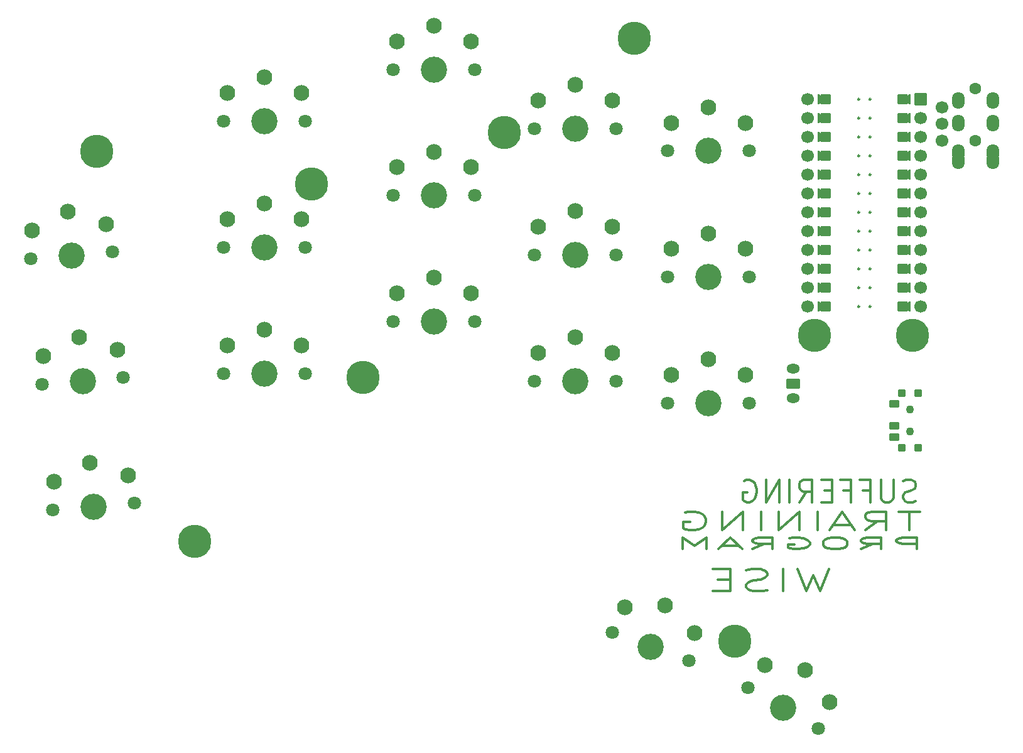
<source format=gbs>
G04 #@! TF.GenerationSoftware,KiCad,Pcbnew,(6.0.4)*
G04 #@! TF.CreationDate,2022-07-01T15:58:50-05:00*
G04 #@! TF.ProjectId,om,6f6d2e6b-6963-4616-945f-706362585858,v1.0.0*
G04 #@! TF.SameCoordinates,Original*
G04 #@! TF.FileFunction,Soldermask,Bot*
G04 #@! TF.FilePolarity,Negative*
%FSLAX46Y46*%
G04 Gerber Fmt 4.6, Leading zero omitted, Abs format (unit mm)*
G04 Created by KiCad (PCBNEW (6.0.4)) date 2022-07-01 15:58:50*
%MOMM*%
%LPD*%
G01*
G04 APERTURE LIST*
G04 Aperture macros list*
%AMRoundRect*
0 Rectangle with rounded corners*
0 $1 Rounding radius*
0 $2 $3 $4 $5 $6 $7 $8 $9 X,Y pos of 4 corners*
0 Add a 4 corners polygon primitive as box body*
4,1,4,$2,$3,$4,$5,$6,$7,$8,$9,$2,$3,0*
0 Add four circle primitives for the rounded corners*
1,1,$1+$1,$2,$3*
1,1,$1+$1,$4,$5*
1,1,$1+$1,$6,$7*
1,1,$1+$1,$8,$9*
0 Add four rect primitives between the rounded corners*
20,1,$1+$1,$2,$3,$4,$5,0*
20,1,$1+$1,$4,$5,$6,$7,0*
20,1,$1+$1,$6,$7,$8,$9,0*
20,1,$1+$1,$8,$9,$2,$3,0*%
%AMFreePoly0*
4,1,14,0.635355,0.435355,0.650000,0.400000,0.650000,0.200000,0.635355,0.164645,0.035355,-0.435355,0.000000,-0.450000,-0.035355,-0.435355,-0.635355,0.164645,-0.650000,0.200000,-0.650000,0.400000,-0.635355,0.435355,-0.600000,0.450000,0.600000,0.450000,0.635355,0.435355,0.635355,0.435355,$1*%
%AMFreePoly1*
4,1,16,0.635355,1.035355,0.650000,1.000000,0.650000,-0.250000,0.635355,-0.285355,0.600000,-0.300000,-0.600000,-0.300000,-0.635355,-0.285355,-0.650000,-0.250000,-0.650000,1.000000,-0.635355,1.035355,-0.600000,1.050000,-0.564645,1.035355,0.000000,0.470710,0.564645,1.035355,0.600000,1.050000,0.635355,1.035355,0.635355,1.035355,$1*%
G04 Aperture macros list end*
%ADD10C,0.300000*%
%ADD11C,0.250000*%
%ADD12C,0.100000*%
%ADD13C,1.100000*%
%ADD14C,1.801800*%
%ADD15C,3.529000*%
%ADD16C,2.132000*%
%ADD17RoundRect,0.050000X0.850000X-0.600000X0.850000X0.600000X-0.850000X0.600000X-0.850000X-0.600000X0*%
%ADD18O,1.800000X1.300000*%
%ADD19C,4.500000*%
%ADD20C,1.600000*%
%ADD21O,1.700000X2.300000*%
%ADD22C,1.700000*%
%ADD23FreePoly0,270.000000*%
%ADD24FreePoly0,90.000000*%
%ADD25RoundRect,0.050000X-0.800000X0.800000X-0.800000X-0.800000X0.800000X-0.800000X0.800000X0.800000X0*%
%ADD26FreePoly1,90.000000*%
%ADD27FreePoly1,270.000000*%
%ADD28RoundRect,0.050000X0.450000X-0.450000X0.450000X0.450000X-0.450000X0.450000X-0.450000X-0.450000X0*%
%ADD29RoundRect,0.050000X0.625000X-0.450000X0.625000X0.450000X-0.625000X0.450000X-0.625000X-0.450000X0*%
G04 APERTURE END LIST*
D10*
X251435209Y-176956449D02*
X250244733Y-179956449D01*
X249292352Y-177813592D01*
X248339971Y-179956449D01*
X247149495Y-176956449D01*
X245244733Y-179956449D02*
X245244733Y-176956449D01*
X243101876Y-179813592D02*
X242387590Y-179956449D01*
X241197114Y-179956449D01*
X240720923Y-179813592D01*
X240482828Y-179670735D01*
X240244733Y-179385021D01*
X240244733Y-179099307D01*
X240482828Y-178813592D01*
X240720923Y-178670735D01*
X241197114Y-178527878D01*
X242149495Y-178385021D01*
X242625685Y-178242164D01*
X242863780Y-178099307D01*
X243101876Y-177813592D01*
X243101876Y-177527878D01*
X242863780Y-177242164D01*
X242625685Y-177099307D01*
X242149495Y-176956449D01*
X240959019Y-176956449D01*
X240244733Y-177099307D01*
X238101876Y-178385021D02*
X236435209Y-178385021D01*
X235720923Y-179956449D02*
X238101876Y-179956449D01*
X238101876Y-176956449D01*
X235720923Y-176956449D01*
X263649495Y-169230259D02*
X260792352Y-169230259D01*
X262220923Y-171730259D02*
X262220923Y-169230259D01*
X256268542Y-171730259D02*
X257935209Y-170539783D01*
X259125685Y-171730259D02*
X259125685Y-169230259D01*
X257220923Y-169230259D01*
X256744733Y-169349307D01*
X256506638Y-169468354D01*
X256268542Y-169706449D01*
X256268542Y-170063592D01*
X256506638Y-170301687D01*
X256744733Y-170420735D01*
X257220923Y-170539783D01*
X259125685Y-170539783D01*
X254363780Y-171015973D02*
X251982828Y-171015973D01*
X254839971Y-171730259D02*
X253173304Y-169230259D01*
X251506638Y-171730259D01*
X249839971Y-171730259D02*
X249839971Y-169230259D01*
X247459019Y-171730259D02*
X247459019Y-169230259D01*
X244601876Y-171730259D01*
X244601876Y-169230259D01*
X242220923Y-171730259D02*
X242220923Y-169230259D01*
X239839971Y-171730259D02*
X239839971Y-169230259D01*
X236982828Y-171730259D01*
X236982828Y-169230259D01*
X231982828Y-169349307D02*
X232459019Y-169230259D01*
X233173304Y-169230259D01*
X233887590Y-169349307D01*
X234363780Y-169587402D01*
X234601876Y-169825497D01*
X234839971Y-170301687D01*
X234839971Y-170658830D01*
X234601876Y-171135021D01*
X234363780Y-171373116D01*
X233887590Y-171611211D01*
X233173304Y-171730259D01*
X232697114Y-171730259D01*
X231982828Y-171611211D01*
X231744733Y-171492164D01*
X231744733Y-170658830D01*
X232697114Y-170658830D01*
X263230447Y-174277878D02*
X263230447Y-172777878D01*
X261401876Y-172777878D01*
X260944733Y-172849307D01*
X260716161Y-172920735D01*
X260487590Y-173063592D01*
X260487590Y-173277878D01*
X260716161Y-173420735D01*
X260944733Y-173492164D01*
X261401876Y-173563592D01*
X263230447Y-173563592D01*
X255687590Y-174277878D02*
X257287590Y-173563592D01*
X258430447Y-174277878D02*
X258430447Y-172777878D01*
X256601876Y-172777878D01*
X256144733Y-172849307D01*
X255916161Y-172920735D01*
X255687590Y-173063592D01*
X255687590Y-173277878D01*
X255916161Y-173420735D01*
X256144733Y-173492164D01*
X256601876Y-173563592D01*
X258430447Y-173563592D01*
X252716161Y-172777878D02*
X251801876Y-172777878D01*
X251344733Y-172849307D01*
X250887590Y-172992164D01*
X250659019Y-173277878D01*
X250659019Y-173777878D01*
X250887590Y-174063592D01*
X251344733Y-174206449D01*
X251801876Y-174277878D01*
X252716161Y-174277878D01*
X253173304Y-174206449D01*
X253630447Y-174063592D01*
X253859019Y-173777878D01*
X253859019Y-173277878D01*
X253630447Y-172992164D01*
X253173304Y-172849307D01*
X252716161Y-172777878D01*
X246087590Y-172849307D02*
X246544733Y-172777878D01*
X247230447Y-172777878D01*
X247916161Y-172849307D01*
X248373304Y-172992164D01*
X248601876Y-173135021D01*
X248830447Y-173420735D01*
X248830447Y-173635021D01*
X248601876Y-173920735D01*
X248373304Y-174063592D01*
X247916161Y-174206449D01*
X247230447Y-174277878D01*
X246773304Y-174277878D01*
X246087590Y-174206449D01*
X245859019Y-174135021D01*
X245859019Y-173635021D01*
X246773304Y-173635021D01*
X241059019Y-174277878D02*
X242659019Y-173563592D01*
X243801876Y-174277878D02*
X243801876Y-172777878D01*
X241973304Y-172777878D01*
X241516161Y-172849307D01*
X241287590Y-172920735D01*
X241059019Y-173063592D01*
X241059019Y-173277878D01*
X241287590Y-173420735D01*
X241516161Y-173492164D01*
X241973304Y-173563592D01*
X243801876Y-173563592D01*
X239230447Y-173849307D02*
X236944733Y-173849307D01*
X239687590Y-174277878D02*
X238087590Y-172777878D01*
X236487590Y-174277878D01*
X234887590Y-174277878D02*
X234887590Y-172777878D01*
X233287590Y-173849307D01*
X231687590Y-172777878D01*
X231687590Y-174277878D01*
X263101876Y-167813592D02*
X262673304Y-167956449D01*
X261959019Y-167956449D01*
X261673304Y-167813592D01*
X261530447Y-167670735D01*
X261387590Y-167385021D01*
X261387590Y-167099307D01*
X261530447Y-166813592D01*
X261673304Y-166670735D01*
X261959019Y-166527878D01*
X262530447Y-166385021D01*
X262816161Y-166242164D01*
X262959019Y-166099307D01*
X263101876Y-165813592D01*
X263101876Y-165527878D01*
X262959019Y-165242164D01*
X262816161Y-165099307D01*
X262530447Y-164956449D01*
X261816161Y-164956449D01*
X261387590Y-165099307D01*
X260101876Y-164956449D02*
X260101876Y-167385021D01*
X259959019Y-167670735D01*
X259816161Y-167813592D01*
X259530447Y-167956449D01*
X258959019Y-167956449D01*
X258673304Y-167813592D01*
X258530447Y-167670735D01*
X258387590Y-167385021D01*
X258387590Y-164956449D01*
X255959019Y-166385021D02*
X256959019Y-166385021D01*
X256959019Y-167956449D02*
X256959019Y-164956449D01*
X255530447Y-164956449D01*
X253387590Y-166385021D02*
X254387590Y-166385021D01*
X254387590Y-167956449D02*
X254387590Y-164956449D01*
X252959019Y-164956449D01*
X251816161Y-166385021D02*
X250816161Y-166385021D01*
X250387590Y-167956449D02*
X251816161Y-167956449D01*
X251816161Y-164956449D01*
X250387590Y-164956449D01*
X247387590Y-167956449D02*
X248387590Y-166527878D01*
X249101876Y-167956449D02*
X249101876Y-164956449D01*
X247959019Y-164956449D01*
X247673304Y-165099307D01*
X247530447Y-165242164D01*
X247387590Y-165527878D01*
X247387590Y-165956449D01*
X247530447Y-166242164D01*
X247673304Y-166385021D01*
X247959019Y-166527878D01*
X249101876Y-166527878D01*
X246101876Y-167956449D02*
X246101876Y-164956449D01*
X244673304Y-167956449D02*
X244673304Y-164956449D01*
X242959019Y-167956449D01*
X242959019Y-164956449D01*
X239959019Y-165099307D02*
X240244733Y-164956449D01*
X240673304Y-164956449D01*
X241101876Y-165099307D01*
X241387590Y-165385021D01*
X241530447Y-165670735D01*
X241673304Y-166242164D01*
X241673304Y-166670735D01*
X241530447Y-167242164D01*
X241387590Y-167527878D01*
X241101876Y-167813592D01*
X240673304Y-167956449D01*
X240387590Y-167956449D01*
X239959019Y-167813592D01*
X239816161Y-167670735D01*
X239816161Y-166670735D01*
X240387590Y-166670735D01*
D11*
X257057000Y-141590000D02*
G75*
G03*
X257057000Y-141590000I-125000J0D01*
G01*
X255533000Y-121270000D02*
G75*
G03*
X255533000Y-121270000I-125000J0D01*
G01*
X255533000Y-126350000D02*
G75*
G03*
X255533000Y-126350000I-125000J0D01*
G01*
X255533000Y-133970000D02*
G75*
G03*
X255533000Y-133970000I-125000J0D01*
G01*
X255533000Y-139050000D02*
G75*
G03*
X255533000Y-139050000I-125000J0D01*
G01*
X255533000Y-141590000D02*
G75*
G03*
X255533000Y-141590000I-125000J0D01*
G01*
X255533000Y-136510000D02*
G75*
G03*
X255533000Y-136510000I-125000J0D01*
G01*
X257057000Y-118730000D02*
G75*
G03*
X257057000Y-118730000I-125000J0D01*
G01*
X255533000Y-116190000D02*
G75*
G03*
X255533000Y-116190000I-125000J0D01*
G01*
X257057000Y-139050000D02*
G75*
G03*
X257057000Y-139050000I-125000J0D01*
G01*
X255533000Y-113650000D02*
G75*
G03*
X255533000Y-113650000I-125000J0D01*
G01*
X257057000Y-121270000D02*
G75*
G03*
X257057000Y-121270000I-125000J0D01*
G01*
X257057000Y-126350000D02*
G75*
G03*
X257057000Y-126350000I-125000J0D01*
G01*
X257057000Y-128890000D02*
G75*
G03*
X257057000Y-128890000I-125000J0D01*
G01*
X257057000Y-133970000D02*
G75*
G03*
X257057000Y-133970000I-125000J0D01*
G01*
X257057000Y-131430000D02*
G75*
G03*
X257057000Y-131430000I-125000J0D01*
G01*
X257057000Y-136510000D02*
G75*
G03*
X257057000Y-136510000I-125000J0D01*
G01*
X255533000Y-131430000D02*
G75*
G03*
X255533000Y-131430000I-125000J0D01*
G01*
X255533000Y-128890000D02*
G75*
G03*
X255533000Y-128890000I-125000J0D01*
G01*
X255533000Y-123810000D02*
G75*
G03*
X255533000Y-123810000I-125000J0D01*
G01*
X257057000Y-116190000D02*
G75*
G03*
X257057000Y-116190000I-125000J0D01*
G01*
X257057000Y-123810000D02*
G75*
G03*
X257057000Y-123810000I-125000J0D01*
G01*
X255533000Y-118730000D02*
G75*
G03*
X255533000Y-118730000I-125000J0D01*
G01*
X257057000Y-113650000D02*
G75*
G03*
X257057000Y-113650000I-125000J0D01*
G01*
G36*
X262266000Y-142098000D02*
G01*
X261250000Y-142098000D01*
X261250000Y-141082000D01*
X262266000Y-141082000D01*
X262266000Y-142098000D01*
G37*
D12*
X262266000Y-142098000D02*
X261250000Y-142098000D01*
X261250000Y-141082000D01*
X262266000Y-141082000D01*
X262266000Y-142098000D01*
G36*
X262266000Y-129398000D02*
G01*
X261250000Y-129398000D01*
X261250000Y-128382000D01*
X262266000Y-128382000D01*
X262266000Y-129398000D01*
G37*
X262266000Y-129398000D02*
X261250000Y-129398000D01*
X261250000Y-128382000D01*
X262266000Y-128382000D01*
X262266000Y-129398000D01*
G36*
X262266000Y-116698000D02*
G01*
X261250000Y-116698000D01*
X261250000Y-115682000D01*
X262266000Y-115682000D01*
X262266000Y-116698000D01*
G37*
X262266000Y-116698000D02*
X261250000Y-116698000D01*
X261250000Y-115682000D01*
X262266000Y-115682000D01*
X262266000Y-116698000D01*
G36*
X262266000Y-131938000D02*
G01*
X261250000Y-131938000D01*
X261250000Y-130922000D01*
X262266000Y-130922000D01*
X262266000Y-131938000D01*
G37*
X262266000Y-131938000D02*
X261250000Y-131938000D01*
X261250000Y-130922000D01*
X262266000Y-130922000D01*
X262266000Y-131938000D01*
G36*
X262266000Y-114158000D02*
G01*
X261250000Y-114158000D01*
X261250000Y-113142000D01*
X262266000Y-113142000D01*
X262266000Y-114158000D01*
G37*
X262266000Y-114158000D02*
X261250000Y-114158000D01*
X261250000Y-113142000D01*
X262266000Y-113142000D01*
X262266000Y-114158000D01*
G36*
X251090000Y-129398000D02*
G01*
X250074000Y-129398000D01*
X250074000Y-128382000D01*
X251090000Y-128382000D01*
X251090000Y-129398000D01*
G37*
X251090000Y-129398000D02*
X250074000Y-129398000D01*
X250074000Y-128382000D01*
X251090000Y-128382000D01*
X251090000Y-129398000D01*
G36*
X262266000Y-134478000D02*
G01*
X261250000Y-134478000D01*
X261250000Y-133462000D01*
X262266000Y-133462000D01*
X262266000Y-134478000D01*
G37*
X262266000Y-134478000D02*
X261250000Y-134478000D01*
X261250000Y-133462000D01*
X262266000Y-133462000D01*
X262266000Y-134478000D01*
G36*
X251090000Y-142098000D02*
G01*
X250074000Y-142098000D01*
X250074000Y-141082000D01*
X251090000Y-141082000D01*
X251090000Y-142098000D01*
G37*
X251090000Y-142098000D02*
X250074000Y-142098000D01*
X250074000Y-141082000D01*
X251090000Y-141082000D01*
X251090000Y-142098000D01*
G36*
X251090000Y-134478000D02*
G01*
X250074000Y-134478000D01*
X250074000Y-133462000D01*
X251090000Y-133462000D01*
X251090000Y-134478000D01*
G37*
X251090000Y-134478000D02*
X250074000Y-134478000D01*
X250074000Y-133462000D01*
X251090000Y-133462000D01*
X251090000Y-134478000D01*
G36*
X262266000Y-124318000D02*
G01*
X261250000Y-124318000D01*
X261250000Y-123302000D01*
X262266000Y-123302000D01*
X262266000Y-124318000D01*
G37*
X262266000Y-124318000D02*
X261250000Y-124318000D01*
X261250000Y-123302000D01*
X262266000Y-123302000D01*
X262266000Y-124318000D01*
G36*
X251090000Y-116698000D02*
G01*
X250074000Y-116698000D01*
X250074000Y-115682000D01*
X251090000Y-115682000D01*
X251090000Y-116698000D01*
G37*
X251090000Y-116698000D02*
X250074000Y-116698000D01*
X250074000Y-115682000D01*
X251090000Y-115682000D01*
X251090000Y-116698000D01*
G36*
X251090000Y-121778000D02*
G01*
X250074000Y-121778000D01*
X250074000Y-120762000D01*
X251090000Y-120762000D01*
X251090000Y-121778000D01*
G37*
X251090000Y-121778000D02*
X250074000Y-121778000D01*
X250074000Y-120762000D01*
X251090000Y-120762000D01*
X251090000Y-121778000D01*
G36*
X251090000Y-131938000D02*
G01*
X250074000Y-131938000D01*
X250074000Y-130922000D01*
X251090000Y-130922000D01*
X251090000Y-131938000D01*
G37*
X251090000Y-131938000D02*
X250074000Y-131938000D01*
X250074000Y-130922000D01*
X251090000Y-130922000D01*
X251090000Y-131938000D01*
G36*
X251090000Y-114158000D02*
G01*
X250074000Y-114158000D01*
X250074000Y-113142000D01*
X251090000Y-113142000D01*
X251090000Y-114158000D01*
G37*
X251090000Y-114158000D02*
X250074000Y-114158000D01*
X250074000Y-113142000D01*
X251090000Y-113142000D01*
X251090000Y-114158000D01*
G36*
X251090000Y-139558000D02*
G01*
X250074000Y-139558000D01*
X250074000Y-138542000D01*
X251090000Y-138542000D01*
X251090000Y-139558000D01*
G37*
X251090000Y-139558000D02*
X250074000Y-139558000D01*
X250074000Y-138542000D01*
X251090000Y-138542000D01*
X251090000Y-139558000D01*
G36*
X262266000Y-137018000D02*
G01*
X261250000Y-137018000D01*
X261250000Y-136002000D01*
X262266000Y-136002000D01*
X262266000Y-137018000D01*
G37*
X262266000Y-137018000D02*
X261250000Y-137018000D01*
X261250000Y-136002000D01*
X262266000Y-136002000D01*
X262266000Y-137018000D01*
G36*
X262266000Y-139558000D02*
G01*
X261250000Y-139558000D01*
X261250000Y-138542000D01*
X262266000Y-138542000D01*
X262266000Y-139558000D01*
G37*
X262266000Y-139558000D02*
X261250000Y-139558000D01*
X261250000Y-138542000D01*
X262266000Y-138542000D01*
X262266000Y-139558000D01*
G36*
X251090000Y-137018000D02*
G01*
X250074000Y-137018000D01*
X250074000Y-136002000D01*
X251090000Y-136002000D01*
X251090000Y-137018000D01*
G37*
X251090000Y-137018000D02*
X250074000Y-137018000D01*
X250074000Y-136002000D01*
X251090000Y-136002000D01*
X251090000Y-137018000D01*
G36*
X251090000Y-124318000D02*
G01*
X250074000Y-124318000D01*
X250074000Y-123302000D01*
X251090000Y-123302000D01*
X251090000Y-124318000D01*
G37*
X251090000Y-124318000D02*
X250074000Y-124318000D01*
X250074000Y-123302000D01*
X251090000Y-123302000D01*
X251090000Y-124318000D01*
G36*
X262266000Y-119238000D02*
G01*
X261250000Y-119238000D01*
X261250000Y-118222000D01*
X262266000Y-118222000D01*
X262266000Y-119238000D01*
G37*
X262266000Y-119238000D02*
X261250000Y-119238000D01*
X261250000Y-118222000D01*
X262266000Y-118222000D01*
X262266000Y-119238000D01*
G36*
X262266000Y-126858000D02*
G01*
X261250000Y-126858000D01*
X261250000Y-125842000D01*
X262266000Y-125842000D01*
X262266000Y-126858000D01*
G37*
X262266000Y-126858000D02*
X261250000Y-126858000D01*
X261250000Y-125842000D01*
X262266000Y-125842000D01*
X262266000Y-126858000D01*
G36*
X251090000Y-119238000D02*
G01*
X250074000Y-119238000D01*
X250074000Y-118222000D01*
X251090000Y-118222000D01*
X251090000Y-119238000D01*
G37*
X251090000Y-119238000D02*
X250074000Y-119238000D01*
X250074000Y-118222000D01*
X251090000Y-118222000D01*
X251090000Y-119238000D01*
G36*
X262266000Y-121778000D02*
G01*
X261250000Y-121778000D01*
X261250000Y-120762000D01*
X262266000Y-120762000D01*
X262266000Y-121778000D01*
G37*
X262266000Y-121778000D02*
X261250000Y-121778000D01*
X261250000Y-120762000D01*
X262266000Y-120762000D01*
X262266000Y-121778000D01*
G36*
X251090000Y-126858000D02*
G01*
X250074000Y-126858000D01*
X250074000Y-125842000D01*
X251090000Y-125842000D01*
X251090000Y-126858000D01*
G37*
X251090000Y-126858000D02*
X250074000Y-126858000D01*
X250074000Y-125842000D01*
X251090000Y-125842000D01*
X251090000Y-126858000D01*
D13*
X262310000Y-158460000D03*
X262310000Y-155460000D03*
D14*
X240670000Y-120620000D03*
X229670000Y-120620000D03*
D15*
X235170000Y-120620000D03*
D16*
X230170000Y-116820000D03*
X240170000Y-116820000D03*
X235170000Y-114720000D03*
X235170000Y-114720000D03*
D17*
X246600000Y-151955000D03*
D18*
X246600000Y-153955000D03*
X246600000Y-149955000D03*
D19*
X207645000Y-118122216D03*
X181622216Y-125095000D03*
X188595000Y-151117784D03*
X238660000Y-186710000D03*
D15*
X149303719Y-134703502D03*
D14*
X154782790Y-134224145D03*
X143824648Y-135182859D03*
D16*
X143991554Y-131353741D03*
X153953501Y-130482183D03*
X148789500Y-128825953D03*
X148789500Y-128825953D03*
D20*
X271160000Y-112220000D03*
X271160000Y-119220000D03*
D21*
X273460000Y-121920000D03*
X268860000Y-121920000D03*
X268860000Y-120820000D03*
X273460000Y-120820000D03*
X268860000Y-116820000D03*
X273460000Y-116820000D03*
X268860000Y-113820000D03*
X273460000Y-113820000D03*
D15*
X235170000Y-137620000D03*
D14*
X229670000Y-137620000D03*
X240670000Y-137620000D03*
D16*
X240170000Y-133820000D03*
X230170000Y-133820000D03*
X235170000Y-131720000D03*
X235170000Y-131720000D03*
D19*
X262660000Y-145460000D03*
D14*
X222151158Y-185565252D03*
X232487776Y-189327474D03*
D15*
X227319467Y-187446363D03*
D16*
X223920680Y-182165430D03*
X233317607Y-185585632D03*
X229337386Y-181902177D03*
X229337386Y-181902177D03*
D19*
X249410000Y-145460000D03*
D14*
X146787943Y-169053479D03*
X157746085Y-168094765D03*
D15*
X152267014Y-168574122D03*
D16*
X146954849Y-165224361D03*
X156916796Y-164352803D03*
X151752795Y-162696573D03*
X151752795Y-162696573D03*
D14*
X169760000Y-116620000D03*
D15*
X175260000Y-116620000D03*
D14*
X180760000Y-116620000D03*
D16*
X170260000Y-112820000D03*
X180260000Y-112820000D03*
X175260000Y-110720000D03*
X175260000Y-110720000D03*
D22*
X248550000Y-113650000D03*
X263790000Y-113650000D03*
D23*
X262012000Y-141590000D03*
D22*
X263790000Y-121270000D03*
D23*
X262012000Y-123810000D03*
D22*
X263790000Y-131430000D03*
D24*
X250328000Y-126350000D03*
D23*
X262012000Y-121270000D03*
D24*
X250328000Y-139050000D03*
D22*
X263790000Y-139050000D03*
D24*
X250328000Y-136510000D03*
D23*
X262012000Y-113650000D03*
D22*
X248550000Y-118730000D03*
X263790000Y-123810000D03*
D25*
X263790000Y-113650000D03*
D24*
X250328000Y-141590000D03*
D22*
X248550000Y-126350000D03*
D24*
X250328000Y-113650000D03*
X250328000Y-121270000D03*
D22*
X248550000Y-131430000D03*
X248550000Y-116190000D03*
D23*
X262012000Y-131430000D03*
D22*
X263790000Y-133970000D03*
D23*
X262012000Y-126350000D03*
D22*
X263790000Y-128890000D03*
D24*
X250328000Y-118730000D03*
D23*
X262012000Y-133970000D03*
X262012000Y-139050000D03*
D22*
X263790000Y-126350000D03*
D23*
X262012000Y-116190000D03*
D22*
X263790000Y-141590000D03*
D24*
X250328000Y-131430000D03*
X250328000Y-128890000D03*
X250328000Y-133970000D03*
D22*
X248550000Y-139050000D03*
X248550000Y-136510000D03*
X263790000Y-116190000D03*
X248550000Y-121270000D03*
D24*
X250328000Y-123810000D03*
D22*
X263790000Y-118730000D03*
D23*
X262012000Y-118730000D03*
D22*
X248550000Y-133970000D03*
D24*
X250328000Y-116190000D03*
D22*
X248550000Y-128890000D03*
X248550000Y-141590000D03*
D23*
X262012000Y-136510000D03*
D22*
X248550000Y-123810000D03*
D23*
X262012000Y-128890000D03*
D22*
X263790000Y-136510000D03*
D26*
X251344000Y-113650000D03*
X251344000Y-116190000D03*
X251344000Y-118730000D03*
X251344000Y-121270000D03*
X251344000Y-123810000D03*
X251344000Y-126350000D03*
X251344000Y-128890000D03*
X251344000Y-131430000D03*
X251344000Y-133970000D03*
X251344000Y-136510000D03*
X251344000Y-139050000D03*
X251344000Y-141590000D03*
D27*
X260996000Y-141590000D03*
X260996000Y-139050000D03*
X260996000Y-136510000D03*
X260996000Y-133970000D03*
X260996000Y-131430000D03*
X260996000Y-128890000D03*
X260996000Y-126350000D03*
X260996000Y-123810000D03*
X260996000Y-121270000D03*
X260996000Y-118730000D03*
X260996000Y-116190000D03*
X260996000Y-113650000D03*
D15*
X175260000Y-133620000D03*
D14*
X169760000Y-133620000D03*
X180760000Y-133620000D03*
D16*
X170260000Y-129820000D03*
X180260000Y-129820000D03*
X175260000Y-127720000D03*
X175260000Y-127720000D03*
D14*
X240670000Y-154620000D03*
X229670000Y-154620000D03*
D15*
X235170000Y-154620000D03*
D16*
X230170000Y-150820000D03*
X240170000Y-150820000D03*
X235170000Y-148720000D03*
X235170000Y-148720000D03*
D19*
X225160000Y-105460000D03*
D14*
X240453823Y-192960070D03*
D15*
X245216963Y-195710070D03*
D14*
X249980103Y-198460070D03*
D16*
X251447090Y-194919173D03*
X242786836Y-189919173D03*
X248166963Y-190600520D03*
X248166963Y-190600520D03*
D15*
X217170000Y-134620000D03*
D14*
X211670000Y-134620000D03*
X222670000Y-134620000D03*
D16*
X222170000Y-130820000D03*
X212170000Y-130820000D03*
X217170000Y-128720000D03*
X217170000Y-128720000D03*
D19*
X165910000Y-173210000D03*
D22*
X266660000Y-116960000D03*
D14*
X211670000Y-117620000D03*
X222670000Y-117620000D03*
D15*
X217170000Y-117620000D03*
D16*
X212170000Y-113820000D03*
X222170000Y-113820000D03*
X217170000Y-111720000D03*
X217170000Y-111720000D03*
D15*
X198120000Y-126620000D03*
D14*
X203620000Y-126620000D03*
X192620000Y-126620000D03*
D16*
X203120000Y-122820000D03*
X193120000Y-122820000D03*
X198120000Y-120720000D03*
X198120000Y-120720000D03*
D22*
X266660000Y-114710000D03*
D14*
X203620000Y-109620000D03*
D15*
X198120000Y-109620000D03*
D14*
X192620000Y-109620000D03*
D16*
X203120000Y-105820000D03*
X193120000Y-105820000D03*
X198120000Y-103720000D03*
X198120000Y-103720000D03*
D14*
X211670000Y-151620000D03*
D15*
X217170000Y-151620000D03*
D14*
X222670000Y-151620000D03*
D16*
X212170000Y-147820000D03*
X222170000Y-147820000D03*
X217170000Y-145720000D03*
X217170000Y-145720000D03*
D22*
X266660000Y-119210000D03*
D14*
X145306295Y-152118169D03*
X156264437Y-151159455D03*
D15*
X150785366Y-151638812D03*
D16*
X155435148Y-147417493D03*
X145473201Y-148289051D03*
X150271147Y-145761263D03*
X150271147Y-145761263D03*
D19*
X152660000Y-120710000D03*
D15*
X175260000Y-150620000D03*
D14*
X180760000Y-150620000D03*
X169760000Y-150620000D03*
D16*
X180260000Y-146820000D03*
X170260000Y-146820000D03*
X175260000Y-144720000D03*
X175260000Y-144720000D03*
D15*
X198120000Y-143620000D03*
D14*
X203620000Y-143620000D03*
X192620000Y-143620000D03*
D16*
X203120000Y-139820000D03*
X193120000Y-139820000D03*
X198120000Y-137720000D03*
X198120000Y-137720000D03*
D28*
X261197500Y-160660000D03*
D13*
X262297500Y-158460000D03*
D28*
X263397500Y-153260000D03*
X263397500Y-160660000D03*
X261197500Y-153260000D03*
D13*
X262297500Y-155460000D03*
D29*
X260222500Y-154710000D03*
X260222500Y-157710000D03*
X260222500Y-159210000D03*
M02*

</source>
